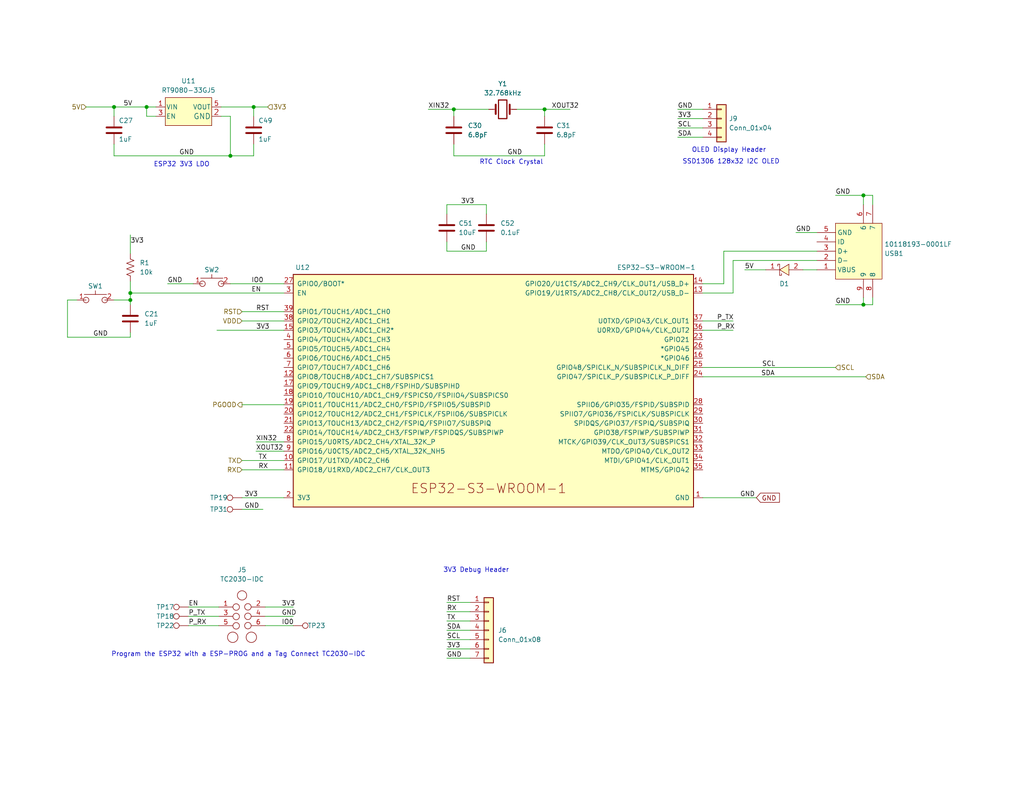
<source format=kicad_sch>
(kicad_sch (version 20230121) (generator eeschema)
  (paper "A")
  (title_block (title "le bitaxeUltra") (date "2023-07-10") (rev "0"))
  (lib_symbols
    (symbol "Connector:TestPoint" (pin_numbers hide) (pin_names (offset 0.762) hide)
      (property "Reference" "TP" (at 0 6.858 0))
      (property "Value" "TestPoint" (at 0 5.08 0))
      (symbol "TestPoint_0_1"
        (circle (center 0 3.302) (radius 0.762))
      )
      (symbol "TestPoint_1_1"
        (pin passive line (at 0 0 90) (length 2.54) (name "1") (number "1"))
      )
    )
    (symbol "Connector_Generic:Conn_01x04" (pin_names (offset 1.016) hide)
      (property "Reference" "J" (at 0 5.08 0))
      (property "Value" "Conn_01x04" (at 0 -7.62 0))
      (symbol "Conn_01x04_1_1"
        (rectangle (start -1.27 -4.953) (end 0 -5.207) (stroke (width 0.1524)))
        (rectangle (start -1.27 -2.413) (end 0 -2.667) (stroke (width 0.1524)))
        (rectangle (start -1.27 0.127) (end 0 -0.127) (stroke (width 0.1524)))
        (rectangle (start -1.27 2.667) (end 0 2.413) (stroke (width 0.1524)))
        (rectangle (start -1.27 3.81) (end 1.27 -6.35) (stroke (width 0.254)) (fill (type background)))
        (pin passive line (at -5.08 2.54 0) (length 3.81) (name "Pin_1") (number "1"))
        (pin passive line (at -5.08 0 0) (length 3.81) (name "Pin_2") (number "2"))
        (pin passive line (at -5.08 -2.54 0) (length 3.81) (name "Pin_3") (number "3"))
        (pin passive line (at -5.08 -5.08 0) (length 3.81) (name "Pin_4") (number "4"))
      )
    )
    (symbol "Connector_Generic:Conn_01x07" (pin_names (offset 1.016) hide)
      (property "Reference" "J" (at 0 10.16 0))
      (property "Value" "Conn_01x07" (at 0 -10.16 0))
      (symbol "Conn_01x07_1_1"
        (rectangle (start -1.27 -7.493) (end 0 -7.747) (stroke (width 0.1524)))
        (rectangle (start -1.27 -4.953) (end 0 -5.207) (stroke (width 0.1524)))
        (rectangle (start -1.27 -2.413) (end 0 -2.667) (stroke (width 0.1524)))
        (rectangle (start -1.27 0.127) (end 0 -0.127) (stroke (width 0.1524)))
        (rectangle (start -1.27 2.667) (end 0 2.413) (stroke (width 0.1524)))
        (rectangle (start -1.27 5.207) (end 0 4.953) (stroke (width 0.1524)))
        (rectangle (start -1.27 7.747) (end 0 7.493) (stroke (width 0.1524)))
        (rectangle (start -1.27 8.89) (end 1.27 -8.89) (stroke (width 0.254)) (fill (type background)))
        (pin passive line (at -5.08 7.62 0) (length 3.81) (name "Pin_1") (number "1"))
        (pin passive line (at -5.08 5.08 0) (length 3.81) (name "Pin_2") (number "2"))
        (pin passive line (at -5.08 2.54 0) (length 3.81) (name "Pin_3") (number "3"))
        (pin passive line (at -5.08 0 0) (length 3.81) (name "Pin_4") (number "4"))
        (pin passive line (at -5.08 -2.54 0) (length 3.81) (name "Pin_5") (number "5"))
        (pin passive line (at -5.08 -5.08 0) (length 3.81) (name "Pin_6") (number "6"))
        (pin passive line (at -5.08 -7.62 0) (length 3.81) (name "Pin_7") (number "7"))
      )
    )
    (symbol "Device:C" (pin_numbers hide) (pin_names (offset 0.254))
      (property "Reference" "C" (at 0.635 2.54 0))
      (property "Value" "C" (at 0.635 -2.54 0))
      (symbol "C_0_1"
        (polyline (pts (xy -2.032 -0.762) (xy 2.032 -0.762)) (stroke (width 0.508)))
        (polyline (pts (xy -2.032 0.762) (xy 2.032 0.762)) (stroke (width 0.508)))
      )
      (symbol "C_1_1"
        (pin passive line (at 0 3.81 270) (length 2.794) (name "~") (number "1"))
        (pin passive line (at 0 -3.81 90) (length 2.794) (name "~") (number "2"))
      )
    )
    (symbol "Device:Crystal" (pin_numbers hide) (pin_names (offset 1.016) hide)
      (property "Reference" "Y" (at 0 3.81 0))
      (property "Value" "Crystal" (at 0 -3.81 0))
      (symbol "Crystal_0_1"
        (rectangle (start -1.143 2.54) (end 1.143 -2.54) (stroke (width 0.3048)))
        (polyline (pts (xy -2.54 0) (xy -1.905 0)))
        (polyline (pts (xy -1.905 -1.27) (xy -1.905 1.27)) (stroke (width 0.508)))
        (polyline (pts (xy 1.905 -1.27) (xy 1.905 1.27)) (stroke (width 0.508)))
        (polyline (pts (xy 2.54 0) (xy 1.905 0)))
      )
      (symbol "Crystal_1_1"
        (pin passive line (at -3.81 0 0) (length 1.27) (name "1") (number "1"))
        (pin passive line (at 3.81 0 180) (length 1.27) (name "2") (number "2"))
      )
    )
    (symbol "Device:R_US" (pin_numbers hide) (pin_names (offset 0))
      (property "Reference" "R" (at 2.54 0 90))
      (property "Value" "R_US" (at -2.54 0 90))
      (symbol "R_US_0_1"
        (polyline (pts (xy 0 -2.286) (xy 0 -2.54)))
        (polyline (pts (xy 0 2.286) (xy 0 2.54)))
        (polyline (pts (xy 0 -0.762) (xy 1.016 -1.143) (xy 0 -1.524) (xy -1.016 -1.905) (xy 0 -2.286)))
        (polyline (pts (xy 0 0.762) (xy 1.016 0.381) (xy 0 0) (xy -1.016 -0.381) (xy 0 -0.762)))
        (polyline (pts (xy 0 2.286) (xy 1.016 1.905) (xy 0 1.524) (xy -1.016 1.143) (xy 0 0.762)))
      )
      (symbol "R_US_1_1"
        (pin passive line (at 0 3.81 270) (length 1.27) (name "~") (number "1"))
        (pin passive line (at 0 -3.81 90) (length 1.27) (name "~") (number "2"))
      )
    )
    (symbol "bitaxe:ESP32-S3-WROOM-1" (pin_names (offset 1.016))
      (property "Reference" "U12" (at -50.8 34.925 0))
      (property "Value" "ESP32-S3-WROOM-1" (at 45.72 34.925 0))
      (symbol "ESP32-S3-WROOM-1_0_0"
        (rectangle (start -53.34 33.02) (end 55.88 -30.48) (stroke (width 0.254)) (fill (type background)))
        (text "ESP32-S3-WROOM-1" (at 0 -25.4 0) (effects (font (size 2.54 2.54))))
        (pin power_in line (at 58.42 -27.94 180) (length 2.54) (name "GND") (number "1"))
        (pin bidirectional line (at -55.88 -17.78 0) (length 2.54) (name "GPIO17/U1TXD/ADC2_CH6") (number "10"))
        (pin bidirectional line (at -55.88 -20.32 0) (length 2.54) (name "GPIO18/U1RXD/ADC2_CH7/CLK_OUT3") (number "11"))
        (pin bidirectional line (at -55.88 5.08 0) (length 2.54) (name "GPIO8/TOUCH8/ADC1_CH7/SUBSPICS1") (number "12"))
        (pin bidirectional line (at 58.42 27.94 180) (length 2.54) (name "GPIO19/U1RTS/ADC2_CH8/CLK_OUT2/USB_D-") (number "13"))
        (pin bidirectional line (at 58.42 30.48 180) (length 2.54) (name "GPIO20/U1CTS/ADC2_CH9/CLK_OUT1/USB_D+") (number "14"))
        (pin bidirectional line (at -55.88 17.78 0) (length 2.54) (name "GPIO3/TOUCH3/ADC1_CH2*") (number "15"))
        (pin bidirectional line (at 58.42 10.16 180) (length 2.54) (name "*GPIO46") (number "16"))
        (pin bidirectional line (at -55.88 2.54 0) (length 2.54) (name "GPIO9/TOUCH9/ADC1_CH8/FSPIHD/SUBSPIHD") (number "17"))
        (pin bidirectional line (at -55.88 0 0) (length 2.54) (name "GPIO10/TOUCH10/ADC1_CH9/FSPICS0/FSPIIO4/SUBSPICS0") (number "18"))
        (pin bidirectional line (at -55.88 -2.54 0) (length 2.54) (name "GPIO11/TOUCH11/ADC2_CH0/FSPID/FSPIIO5/SUBSPID") (number "19"))
        (pin power_in line (at -55.88 -27.94 0) (length 2.54) (name "3V3") (number "2"))
        (pin bidirectional line (at -55.88 -5.08 0) (length 2.54) (name "GPIO12/TOUCH12/ADC2_CH1/FSPICLK/FSPIIO6/SUBSPICLK") (number "20"))
        (pin bidirectional line (at -55.88 -7.62 0) (length 2.54) (name "GPIO13/TOUCH13/ADC2_CH2/FSPIQ/FSPIIO7/SUBSPIQ") (number "21"))
        (pin bidirectional line (at -55.88 -10.16 0) (length 2.54) (name "GPIO14/TOUCH14/ADC2_CH3/FSPIWP/FSPIDQS/SUBSPIWP") (number "22"))
        (pin bidirectional line (at 58.42 15.24 180) (length 2.54) (name "GPIO21") (number "23"))
        (pin bidirectional line (at 58.42 5.08 180) (length 2.54) (name "GPIO47/SPICLK_P/SUBSPICLK_P_DIFF") (number "24"))
        (pin bidirectional line (at 58.42 7.62 180) (length 2.54) (name "GPIO48/SPICLK_N/SUBSPICLK_N_DIFF") (number "25"))
        (pin bidirectional line (at 58.42 12.7 180) (length 2.54) (name "*GPIO45") (number "26"))
        (pin bidirectional line (at -55.88 30.48 0) (length 2.54) (name "GPIO0/BOOT*") (number "27"))
        (pin bidirectional line (at 58.42 -2.54 180) (length 2.54) (name "SPIIO6/GPIO35/FSPID/SUBSPID") (number "28"))
        (pin bidirectional line (at 58.42 -5.08 180) (length 2.54) (name "SPIIO7/GPIO36/FSPICLK/SUBSPICLK") (number "29"))
        (pin input line (at -55.88 27.94 0) (length 2.54) (name "EN") (number "3"))
        (pin bidirectional line (at 58.42 -7.62 180) (length 2.54) (name "SPIDQS/GPIO37/FSPIQ/SUBSPIQ") (number "30"))
        (pin bidirectional line (at 58.42 -10.16 180) (length 2.54) (name "GPIO38/FSPIWP/SUBSPIWP") (number "31"))
        (pin bidirectional line (at 58.42 -12.7 180) (length 2.54) (name "MTCK/GPIO39/CLK_OUT3/SUBSPICS1") (number "32"))
        (pin bidirectional line (at 58.42 -15.24 180) (length 2.54) (name "MTDO/GPIO40/CLK_OUT2") (number "33"))
        (pin bidirectional line (at 58.42 -17.78 180) (length 2.54) (name "MTDI/GPIO41/CLK_OUT1") (number "34"))
        (pin bidirectional line (at 58.42 -20.32 180) (length 2.54) (name "MTMS/GPIO42") (number "35"))
        (pin bidirectional line (at 58.42 17.78 180) (length 2.54) (name "U0RXD/GPIO44/CLK_OUT2") (number "36"))
        (pin bidirectional line (at 58.42 20.32 180) (length 2.54) (name "U0TXD/GPIO43/CLK_OUT1") (number "37"))
        (pin bidirectional line (at -55.88 20.32 0) (length 2.54) (name "GPIO2/TOUCH2/ADC1_CH1") (number "38"))
        (pin bidirectional line (at -55.88 22.86 0) (length 2.54) (name "GPIO1/TOUCH1/ADC1_CH0") (number "39"))
        (pin bidirectional line (at -55.88 15.24 0) (length 2.54) (name "GPIO4/TOUCH4/ADC1_CH3") (number "4"))
        (pin passive line (at 58.42 -27.94 180) (length 2.54) hide (name "GND") (number "40"))
        (pin passive line (at 58.42 -27.94 180) (length 2.54) hide (name "GND") (number "41"))
        (pin bidirectional line (at -55.88 12.7 0) (length 2.54) (name "GPIO5/TOUCH5/ADC1_CH4") (number "5"))
        (pin bidirectional line (at -55.88 10.16 0) (length 2.54) (name "GPIO6/TOUCH6/ADC1_CH5") (number "6"))
        (pin bidirectional line (at -55.88 7.62 0) (length 2.54) (name "GPIO7/TOUCH7/ADC1_CH6") (number "7"))
        (pin bidirectional line (at -55.88 -12.7 0) (length 2.54) (name "GPIO15/U0RTS/ADC2_CH4/XTAL_32K_P") (number "8"))
        (pin bidirectional line (at -55.88 -15.24 0) (length 2.54) (name "GPIO16/U0CTS/ADC2_CH5/XTAL_32K_NH5") (number "9"))
      )
    )
    (symbol "bitaxe:RT9080-33GJ5" (pin_names (offset 0.254))
      (property "Reference" "U" (at -6.35 5.08 0))
      (property "Value" "RT9080-33GJ5" (at 0 -5.08 0))
      (symbol "RT9080-33GJ5_1_1"
        (rectangle (start -6.35 3.81) (end 6.35 -3.81) (stroke (width 0.1524)) (fill (type background)))
        (pin power_in line (at -8.89 1.27 0) (length 2.54) (name "VIN") (number "1"))
        (pin power_in line (at 8.89 -1.27 180) (length 2.54) (name "GND") (number "2"))
        (pin input line (at -8.89 -1.27 0) (length 2.54) (name "EN") (number "3"))
        (pin output line (at 8.89 1.27 180) (length 2.54) (name "VOUT") (number "5"))
      )
    )
    (symbol "bitaxe:TC2030-IDC-NL" (pin_names (offset 1.016) hide)
      (property "Reference" "J5" (at 0 12.7 0))
      (property "Value" "TC2030-IDC" (at 0 10.16 0))
      (symbol "TC2030-IDC-NL_0_1"
        (circle (center -2.54 -5.715) (radius 1.4224))
        (circle (center -1.6002 2.54) (radius 0.889))
        (circle (center 0 5.715) (radius 1.27))
      )
      (symbol "TC2030-IDC-NL_1_1"
        (circle (center -1.6002 -2.5908) (radius 0.889))
        (circle (center -1.6002 -0.0508) (radius 0.889))
        (circle (center 1.6002 -2.54) (radius 0.889))
        (circle (center 1.6002 0) (radius 0.889))
        (circle (center 1.6002 2.5908) (radius 0.889))
        (circle (center 2.54 -5.715) (radius 1.4224))
        (pin passive line (at -6.35 2.54 0) (length 3.81) (name "Pin_1") (number "1"))
        (pin passive line (at 6.35 2.54 180) (length 3.81) (name "Pin_2") (number "2"))
        (pin passive line (at -6.35 0 0) (length 3.81) (name "Pin_3") (number "3"))
        (pin passive line (at 6.35 0 180) (length 3.81) (name "Pin_4") (number "4"))
        (pin passive line (at -6.35 -2.54 0) (length 3.81) (name "Pin_5") (number "5"))
        (pin passive line (at 6.35 -2.54 180) (length 3.81) (name "Pin_6") (number "6"))
      )
    )
    (symbol "lcsc:GT-TC029B-H025-L1N"
      (property "Reference" "SW" (at 0 5.08 0))
      (property "Value" "GT-TC029B-H025-L1N" (at 0 -5.08 0))
      (symbol "GT-TC029B-H025-L1N_0_1"
        (circle (center -2.54 0) (radius 0.76))
        (polyline (pts (xy -3.05 1.52) (xy 3.05 1.52)))
        (polyline (pts (xy 0 1.52) (xy 0 2.54)))
        (circle (center 2.54 0) (radius 0.76))
        (pin unspecified line (at -5.08 0 0) (length 2.54) (name "~") (number "1"))
        (pin unspecified line (at 5.08 0 180) (length 2.54) (name "~") (number "2"))
      )
    )
    (symbol "lcsc:SS310_C85658"
      (property "Reference" "D" (at 0 5.08 0))
      (property "Value" "SS310_C85658" (at 0 -5.08 0))
      (symbol "SS310_C85658_0_1"
        (polyline (pts (xy -1.27 -1.52) (xy -1.27 1.52)))
        (polyline (pts (xy -1.27 -1.52) (xy -0.76 -1.52) (xy -0.76 -1.02)))
        (polyline (pts (xy -1.27 1.52) (xy -1.78 1.52) (xy -1.78 1.02)))
        (polyline (pts (xy 1.27 1.52) (xy -1.27 0) (xy 1.27 -1.52) (xy 1.27 1.52)) (fill (type background)))
        (pin unspecified line (at -5.08 0 0) (length 3.81) (name "~") (number "1"))
        (pin unspecified line (at 5.08 0 180) (length 3.81) (name "~") (number "2"))
      )
    )
    (symbol "lcsc:U254-051T-4BHJ25-F2S"
      (property "Reference" "USB" (at 0 17.78 0))
      (property "Value" "U254-051T-4BHJ25-F2S" (at 0 -17.78 0))
      (symbol "U254-051T-4BHJ25-F2S_0_1"
        (rectangle (start -2.54 7.62) (end 10.16 -7.62) (fill (type background)))
        (pin unspecified line (at -7.62 5.08 0) (length 5.08) (name "VBUS") (number "1"))
        (pin unspecified line (at -7.62 2.54 0) (length 5.08) (name "D-") (number "2"))
        (pin unspecified line (at -7.62 0 0) (length 5.08) (name "D+") (number "3"))
        (pin unspecified line (at -7.62 -2.54 0) (length 5.08) (name "ID") (number "4"))
        (pin unspecified line (at -7.62 -5.08 0) (length 5.08) (name "GND") (number "5"))
        (pin unspecified line (at 5.08 -12.7 90) (length 5.08) (name "6") (number "6"))
        (pin unspecified line (at 7.62 -12.7 90) (length 5.08) (name "7") (number "7"))
        (pin unspecified line (at 7.62 12.7 270) (length 5.08) (name "8") (number "8"))
        (pin unspecified line (at 5.08 12.7 270) (length 5.08) (name "9") (number "9"))
      )
    )
  )
  (junction (at 123.825 29.845))
  (junction (at 62.865 42.545))
  (junction (at 235.585 53.34))
  (junction (at 40.005 29.21))
  (junction (at 148.59 29.845))
  (junction (at 35.56 80.01))
  (junction (at 35.56 81.915))
  (junction (at 69.215 29.21))
  (junction (at 235.585 83.185))
  (junction (at 31.115 29.21))
  (wire (pts (xy 121.92 172.085) (xy 128.27 172.085)))
  (wire (pts (xy 121.92 177.165) (xy 128.27 177.165)))
  (wire (pts (xy 121.92 55.88) (xy 121.92 58.42)))
  (wire (pts (xy 227.965 83.185) (xy 235.585 83.185)))
  (wire (pts (xy 31.115 29.21) (xy 31.115 31.75)))
  (wire (pts (xy 35.56 80.01) (xy 35.56 81.915)))
  (wire (pts (xy 197.485 77.47) (xy 197.485 68.58)))
  (wire (pts (xy 60.325 31.75) (xy 62.865 31.75)))
  (wire (pts (xy 140.97 29.845) (xy 148.59 29.845)))
  (wire (pts (xy 72.39 168.275) (xy 80.01 168.275)))
  (wire (pts (xy 69.215 39.37) (xy 69.215 42.545)))
  (wire (pts (xy 238.125 55.88) (xy 238.125 53.34)))
  (wire (pts (xy 66.04 110.49) (xy 77.47 110.49)))
  (wire (pts (xy 132.715 68.58) (xy 121.92 68.58)))
  (wire (pts (xy 238.125 81.28) (xy 238.125 83.185)))
  (wire (pts (xy 62.865 31.75) (xy 62.865 42.545)))
  (wire (pts (xy 123.825 42.545) (xy 123.825 39.37)))
  (wire (pts (xy 35.56 76.835) (xy 35.56 80.01)))
  (wire (pts (xy 72.39 165.735) (xy 80.01 165.735)))
  (wire (pts (xy 69.215 29.21) (xy 69.215 31.75)))
  (wire (pts (xy 217.17 63.5) (xy 222.885 63.5)))
  (wire (pts (xy 77.47 125.73) (xy 66.04 125.73)))
  (wire (pts (xy 132.715 66.04) (xy 132.715 68.58)))
  (wire (pts (xy 40.005 29.21) (xy 42.545 29.21)))
  (wire (pts (xy 18.415 81.915) (xy 18.415 92.075)))
  (wire (pts (xy 148.59 29.845) (xy 155.575 29.845)))
  (wire (pts (xy 69.85 120.65) (xy 77.47 120.65)))
  (wire (pts (xy 77.47 85.09) (xy 66.04 85.09)))
  (wire (pts (xy 45.72 77.47) (xy 52.705 77.47)))
  (wire (pts (xy 116.84 29.845) (xy 123.825 29.845)))
  (wire (pts (xy 31.115 81.915) (xy 35.56 81.915)))
  (wire (pts (xy 123.825 42.545) (xy 148.59 42.545)))
  (wire (pts (xy 123.825 29.845) (xy 123.825 31.75)))
  (wire (pts (xy 235.585 53.34) (xy 235.585 55.88)))
  (wire (pts (xy 23.495 29.21) (xy 31.115 29.21)))
  (wire (pts (xy 18.415 92.075) (xy 35.56 92.075)))
  (wire (pts (xy 72.39 170.815) (xy 80.01 170.815)))
  (wire (pts (xy 121.92 174.625) (xy 128.27 174.625)))
  (wire (pts (xy 69.85 123.19) (xy 77.47 123.19)))
  (wire (pts (xy 184.912 29.845) (xy 191.77 29.845)))
  (wire (pts (xy 35.56 81.915) (xy 35.56 83.185)))
  (wire (pts (xy 219.075 73.66) (xy 222.885 73.66)))
  (wire (pts (xy 191.77 90.17) (xy 200.025 90.17)))
  (wire (pts (xy 35.56 80.01) (xy 77.47 80.01)))
  (wire (pts (xy 77.47 128.27) (xy 66.04 128.27)))
  (wire (pts (xy 123.825 29.845) (xy 133.35 29.845)))
  (wire (pts (xy 51.435 170.815) (xy 59.69 170.815)))
  (wire (pts (xy 235.585 83.185) (xy 238.125 83.185)))
  (wire (pts (xy 191.77 102.87) (xy 236.22 102.87)))
  (wire (pts (xy 66.04 139.065) (xy 71.755 139.065)))
  (wire (pts (xy 69.215 29.21) (xy 73.025 29.21)))
  (wire (pts (xy 238.125 53.34) (xy 235.585 53.34)))
  (wire (pts (xy 31.115 29.21) (xy 40.005 29.21)))
  (wire (pts (xy 121.92 167.005) (xy 128.27 167.005)))
  (wire (pts (xy 227.965 53.34) (xy 235.585 53.34)))
  (wire (pts (xy 121.92 169.545) (xy 128.27 169.545)))
  (wire (pts (xy 184.912 34.925) (xy 191.77 34.925)))
  (wire (pts (xy 191.77 135.89) (xy 206.375 135.89)))
  (wire (pts (xy 51.435 168.275) (xy 59.69 168.275)))
  (wire (pts (xy 31.115 42.545) (xy 31.115 39.37)))
  (wire (pts (xy 66.04 87.63) (xy 77.47 87.63)))
  (wire (pts (xy 35.56 90.805) (xy 35.56 92.075)))
  (wire (pts (xy 121.92 68.58) (xy 121.92 66.04)))
  (wire (pts (xy 59.182 90.17) (xy 77.47 90.17)))
  (wire (pts (xy 62.865 77.47) (xy 77.47 77.47)))
  (wire (pts (xy 42.545 31.75) (xy 40.005 31.75)))
  (wire (pts (xy 148.59 29.845) (xy 148.59 31.75)))
  (wire (pts (xy 51.435 165.735) (xy 59.69 165.735)))
  (wire (pts (xy 191.77 77.47) (xy 197.485 77.47)))
  (wire (pts (xy 191.77 100.33) (xy 227.965 100.33)))
  (wire (pts (xy 200.025 80.01) (xy 200.025 71.12)))
  (wire (pts (xy 20.955 81.915) (xy 18.415 81.915)))
  (wire (pts (xy 191.77 87.63) (xy 200.025 87.63)))
  (wire (pts (xy 40.005 31.75) (xy 40.005 29.21)))
  (wire (pts (xy 200.025 71.12) (xy 222.885 71.12)))
  (wire (pts (xy 121.92 179.705) (xy 128.27 179.705)))
  (wire (pts (xy 235.585 81.28) (xy 235.585 83.185)))
  (wire (pts (xy 148.59 39.37) (xy 148.59 42.545)))
  (wire (pts (xy 132.715 55.88) (xy 121.92 55.88)))
  (wire (pts (xy 197.485 68.58) (xy 222.885 68.58)))
  (wire (pts (xy 121.92 164.465) (xy 128.27 164.465)))
  (wire (pts (xy 191.77 80.01) (xy 200.025 80.01)))
  (wire (pts (xy 66.04 135.89) (xy 77.47 135.89)))
  (wire (pts (xy 184.912 37.465) (xy 191.77 37.465)))
  (wire (pts (xy 132.715 58.42) (xy 132.715 55.88)))
  (wire (pts (xy 184.912 32.385) (xy 191.77 32.385)))
  (wire (pts (xy 69.215 42.545) (xy 62.865 42.545)))
  (wire (pts (xy 35.56 64.135) (xy 35.56 69.215)))
  (wire (pts (xy 60.325 29.21) (xy 69.215 29.21)))
  (wire (pts (xy 203.2 73.66) (xy 208.915 73.66)))
  (wire (pts (xy 62.865 42.545) (xy 31.115 42.545)))
  (text "RTC Clock Crystal" (at 130.81 45.085 0) (effects (font (size 1.27 1.27)) (justify left bottom)))
  (text "ESP32 3V3 LDO" (at 41.91 45.72 0) (effects (font (size 1.27 1.27)) (justify left bottom)))
  (text "Program the ESP32 with a ESP-PROG and a Tag Connect TC2030-IDC" (at 30.353 179.451 0) (effects (font (size 1.27 1.27)) (justify left bottom)))
  (text "3V3 Debug Header" (at 120.904 156.464 0) (effects (font (size 1.27 1.27)) (justify left bottom)))
  (text "SSD1306 128x32 I2C OLED" (at 186.182 44.958 0) (effects (font (size 1.27 1.27)) (justify left bottom)))
  (text "OLED Display Header" (at 188.722 41.783 0) (effects (font (size 1.27 1.27)) (justify left bottom)))
  (label "P_RX" (at 51.435 170.815 0))
  (label "RX" (at 121.92 167.005 0))
  (label "RST" (at 121.92 164.465 0))
  (label "RST" (at 69.85 85.09 0))
  (label "SDA" (at 121.92 172.085 0))
  (label "5V" (at 203.2 73.66 0))
  (label "P_TX" (at 51.435 168.275 0))
  (label "EN" (at 51.435 165.735 0))
  (label "GND" (at 184.912 29.845 0))
  (label "XOUT32" (at 150.495 29.845 0))
  (label "EN" (at 68.58 80.01 0))
  (label "P_RX" (at 195.58 90.17 0))
  (label "IO0" (at 68.58 77.47 0))
  (label "GND" (at 125.73 68.58 0))
  (label "3V3" (at 66.675 135.89 0))
  (label "SDA" (at 207.645 102.87 0))
  (label "GND" (at 66.675 139.065 0))
  (label "XIN32" (at 69.85 120.65 0))
  (label "TX" (at 70.485 125.73 0))
  (label "GND" (at 138.43 42.545 0))
  (label "3V3" (at 76.835 165.735 0))
  (label "GND" (at 227.965 53.34 0))
  (label "3V3" (at 69.85 90.17 0))
  (label "GND" (at 227.965 83.185 0))
  (label "IO0" (at 76.835 170.815 0))
  (label "SCL" (at 121.92 174.625 0))
  (label "SCL" (at 207.899 100.33 0))
  (label "XOUT32" (at 69.85 123.19 0))
  (label "SCL" (at 184.912 34.925 0))
  (label "XIN32" (at 116.84 29.845 0))
  (label "GND" (at 201.93 135.89 0))
  (label "GND" (at 45.72 77.47 0))
  (label "SDA" (at 184.912 37.465 0))
  (label "TX" (at 121.92 169.545 0))
  (label "3V3" (at 125.73 55.88 0))
  (label "3V3" (at 121.92 177.165 0))
  (label "P_TX" (at 195.58 87.63 0))
  (label "GND" (at 121.92 179.705 0))
  (label "3V3" (at 184.912 32.385 0))
  (label "GND" (at 25.4 92.075 0))
  (label "5V" (at 33.655 29.21 0))
  (label "GND" (at 76.835 168.275 0))
  (label "GND" (at 48.895 42.545 0))
  (label "3V3" (at 35.56 66.675 0))
  (label "GND" (at 217.17 63.5 0))
  (label "RX" (at 70.485 128.27 0))
  (global_label "GND" (shape input) (at 206.375 135.89 0) (property "Intersheetrefs" "${INTERSHEET_REFS}" (effects hide)))
  (hierarchical_label "TX" (shape input) (at 66.04 125.73 180))
  (hierarchical_label "RX" (shape input) (at 66.04 128.27 180))
  (hierarchical_label "3V3" (shape input) (at 73.025 29.21 0))
  (hierarchical_label "SCL" (shape input) (at 227.965 100.33 0))
  (hierarchical_label "RST" (shape input) (at 66.04 85.09 180))
  (hierarchical_label "SDA" (shape input) (at 236.22 102.87 0))
  (hierarchical_label "PGOOD" (shape output) (at 66.04 110.49 180))
  (hierarchical_label "5V" (shape input) (at 23.495 29.21 180))
  (hierarchical_label "VDD" (shape input) (at 66.04 87.63 180))
  (symbol (lib_id "Device:C") (at 35.56 86.995 0) (unit 1)
    (property "Reference" "C21" (at 39.37 85.7249 0) (effects (justify left)))
    (property "Value" "1uF" (at 39.37 88.2649 0) (effects (justify left)))
    (property "Footprint" "Capacitor_SMD:C_0402_1005Metric" (effects hide))
    (property "DK" "587-5514-1-ND" (effects hide))
    (property "PARTNO" "EMK105BJ105MV-F" (effects hide))
  )
  (symbol (lib_id "Device:C") (at 123.825 35.56 0) (unit 1)
    (property "Reference" "C30" (at 127.635 34.2899 0) (effects (justify left)))
    (property "Value" "6.8pF" (at 127.635 36.8299 0) (effects (justify left)))
    (property "Footprint" "Capacitor_SMD:C_0402_1005Metric" (effects hide))
    (property "DK" "399-C0402C689C5GAC7867CT-ND" (effects hide))
    (property "PARTNO" "C0402C689C5GAC7867" (effects hide))
  )
  (symbol (lib_id "Device:C") (at 132.715 62.23 0) (unit 1)
    (property "Reference" "C52" (at 136.525 60.9599 0) (effects (justify left)))
    (property "Value" "0.1uF" (at 136.525 63.4999 0) (effects (justify left)))
    (property "Footprint" "Capacitor_SMD:C_0402_1005Metric" (effects hide))
    (property "DK" "1292-1639-1-ND" (effects hide))
    (property "PARTNO" "0402X104K100CT" (effects hide))
  )
  (symbol (lib_id "Connector_Generic:Conn_01x04") (at 196.85 32.385 0) (unit 1) (in_bom no)
    (property "Reference" "J9" (at 198.882 32.3849 0) (effects (justify left)))
    (property "Value" "Conn_01x04" (at 198.882 34.9249 0) (effects (justify left)))
    (property "Footprint" "Connector_PinHeader_2.54mm:PinHeader_1x04_P2.54mm_Vertical" (effects hide))
  )
  (symbol (lib_id "lcsc:GT-TC029B-H025-L1N") (at 57.785 77.47 0) (unit 1)
    (property "Reference" "SW2" (at 57.785 73.66 0))
    (property "Value" "GT-TC029B-H025-L1N" (effects hide))
    (property "Footprint" "bitaxe:SW_CS1213AGF260_CRS" (effects hide))
    (property "Datasheet" "https://www.citrelay.com/Catalog%20Pages/SwitchCatalog/CS1213.pdf" (effects hide))
    (property "DK" "2449-CS1213AGF260CT-ND" (effects hide))
    (property "PARTNO" "CS1213AGF260" (effects hide))
  )
  (symbol (lib_id "lcsc:U254-051T-4BHJ25-F2S") (at 230.505 68.58 0) (mirror x) (unit 1)
    (property "Reference" "USB1" (at 241.3 69.215 0) (effects (justify left)))
    (property "Value" "10118193-0001LF" (at 241.3 66.675 0) (effects (justify left)))
    (property "Footprint" "bitaxe:USB_10118193-0001LF_AMP" (effects hide))
    (property "Datasheet" "https://www.amphenol-cs.com/media/wysiwyg/files/drawing/10118193.pdf" (effects hide))
    (property "DK" "609-4616-1-ND" (effects hide))
    (property "PARTNO" "10118193-0001LF" (effects hide))
  )
  (symbol (lib_id "Device:C") (at 148.59 35.56 0) (unit 1)
    (property "Reference" "C31" (at 151.765 34.2899 0) (effects (justify left)))
    (property "Value" "6.8pF" (at 151.765 36.8299 0) (effects (justify left)))
    (property "Footprint" "Capacitor_SMD:C_0402_1005Metric" (effects hide))
    (property "DK" "399-C0402C689C5GAC7867CT-ND" (effects hide))
    (property "PARTNO" "C0402C689C5GAC7867" (effects hide))
  )
  (symbol (lib_id "bitaxe:RT9080-33GJ5") (at 51.435 30.48 0) (unit 1)
    (property "Reference" "U11" (at 51.435 22.098 0))
    (property "Value" "RT9080-33GJ5" (at 51.435 24.638 0))
    (property "Footprint" "bitaxe:RT9080-33GJ5" (effects hide))
    (property "Datasheet" "https://www.richtek.com/assets/product_file/RT9080/DS9080-05.pdf" (effects hide))
    (property "DK" "1028-1509-1-ND" (effects hide))
    (property "PARTNO" "RT9080-33GJ5" (effects hide))
  )
  (symbol (lib_id "Connector:TestPoint") (at 66.04 139.065 90) (mirror x) (unit 1) (in_bom no)
    (property "Reference" "TP31" (at 59.69 139.065 90))
    (property "Value" "TestPoint" (effects hide))
    (property "Footprint" "TestPoint:TestPoint_Pad_D1.5mm" (effects hide))
  )
  (symbol (lib_id "Connector:TestPoint") (at 51.435 168.275 90) (mirror x) (unit 1) (in_bom no)
    (property "Reference" "TP18" (at 45.085 168.275 90))
    (property "Value" "TestPoint" (effects hide))
    (property "Footprint" "TestPoint:TestPoint_Pad_D1.5mm" (effects hide))
  )
  (symbol (lib_id "Connector:TestPoint") (at 80.01 170.815 270) (mirror x) (unit 1) (in_bom no)
    (property "Reference" "TP23" (at 86.36 170.815 90))
    (property "Value" "TestPoint" (effects hide))
    (property "Footprint" "TestPoint:TestPoint_Pad_D1.5mm" (effects hide))
  )
  (symbol (lib_id "Device:R_US") (at 35.56 73.025 0) (unit 1)
    (property "Reference" "R1" (at 38.1 71.7549 0) (effects (justify left)))
    (property "Value" "10k" (at 38.1 74.2949 0) (effects (justify left)))
    (property "Footprint" "Resistor_SMD:R_0402_1005Metric" (effects hide))
    (property "DK" "311-10KJRCT-ND" (effects hide))
    (property "PARTNO" "RC0402JR-0710KL" (effects hide))
  )
  (symbol (lib_id "lcsc:SS310_C85658") (at 213.995 73.66 0) (unit 1)
    (property "Reference" "D1" (at 213.995 77.47 0))
    (property "Value" "SS310" (effects hide))
    (property "Footprint" "lcsc:SMA_L4.3-W2.6-LS5.2-RD" (effects hide))
    (property "Datasheet" "https://lcsc.com/product-detail/Schottky-Barrier-Diodes-SBD_SS310_C85658.html" (effects hide))
    (property "DK" "3191-SS310ACT-ND" (effects hide))
    (property "PARTNO" "SS310A" (effects hide))
  )
  (symbol (lib_id "bitaxe:TC2030-IDC-NL") (at 66.04 168.275 0) (unit 1)
    (property "Reference" "J5" (at 66.04 155.575 0))
    (property "Value" "TC2030-IDC" (at 66.04 158.115 0))
    (property "Footprint" "bitaxe:Tag-Connect_TC2030-IDC-NL_2x03_P1.27mm_Vertical" (effects hide))
  )
  (symbol (lib_id "Device:C") (at 69.215 35.56 0) (unit 1)
    (property "Reference" "C49" (at 70.485 33.655 0) (effects (justify left bottom)))
    (property "Value" "1uF" (at 70.485 38.735 0) (effects (justify left bottom)))
    (property "Footprint" "Capacitor_SMD:C_0402_1005Metric" (effects hide))
    (property "DK" "587-5514-1-ND" (effects hide))
    (property "PARTNO" "EMK105BJ105MV-F" (effects hide))
  )
  (symbol (lib_id "Device:C") (at 121.92 62.23 0) (unit 1)
    (property "Reference" "C51" (at 125.095 60.9599 0) (effects (justify left)))
    (property "Value" "10uF" (at 125.095 63.4999 0) (effects (justify left)))
    (property "Footprint" "Capacitor_SMD:C_0805_2012Metric" (effects hide))
    (property "DK" "1276-1096-1-ND" (effects hide))
    (property "PARTNO" "CL21A106KOQNNNE" (effects hide))
  )
  (symbol (lib_id "Device:Crystal") (at 137.16 29.845 0) (unit 1)
    (property "Reference" "Y1" (at 137.16 22.86 0))
    (property "Value" "32.768kHz" (at 137.16 25.4 0))
    (property "Footprint" "bitaxe:SC32S-7PF20PPM" (effects hide))
    (property "Datasheet" "https://www.sii.co.jp/en/quartz/files/2013/03/SC-32S_Leaflet_e20151217.pdf" (effects hide))
    (property "DK" "728-1074-1-ND" (effects hide))
    (property "PARTNO" "SC32S-7PF20PPM" (effects hide))
  )
  (symbol (lib_id "Connector:TestPoint") (at 66.04 135.89 90) (mirror x) (unit 1) (in_bom no)
    (property "Reference" "TP19" (at 59.69 135.89 90))
    (property "Value" "TestPoint" (effects hide))
    (property "Footprint" "TestPoint:TestPoint_Pad_D1.5mm" (effects hide))
  )
  (symbol (lib_id "Connector:TestPoint") (at 51.435 165.735 90) (mirror x) (unit 1) (in_bom no)
    (property "Reference" "TP17" (at 45.085 165.735 90))
    (property "Value" "TestPoint" (effects hide))
    (property "Footprint" "TestPoint:TestPoint_Pad_D1.5mm" (effects hide))
  )
  (symbol (lib_id "Connector_Generic:Conn_01x07") (at 133.35 172.085 0) (unit 1)
    (property "Reference" "J6" (at 135.89 172.0849 0) (effects (justify left)))
    (property "Value" "Conn_01x08" (at 135.89 174.6249 0) (effects (justify left)))
    (property "Footprint" "Connector_PinHeader_2.54mm:PinHeader_1x07_P2.54mm_Vertical" (effects hide))
  )
  (symbol (lib_id "Connector:TestPoint") (at 51.435 170.815 90) (mirror x) (unit 1) (in_bom no)
    (property "Reference" "TP22" (at 45.085 170.815 90))
    (property "Value" "TestPoint" (effects hide))
    (property "Footprint" "TestPoint:TestPoint_Pad_D1.5mm" (effects hide))
  )
  (symbol (lib_id "Device:C") (at 31.115 35.56 0) (unit 1)
    (property "Reference" "C27" (at 32.385 33.655 0) (effects (justify left bottom)))
    (property "Value" "1uF" (at 32.385 38.735 0) (effects (justify left bottom)))
    (property "Footprint" "Capacitor_SMD:C_0402_1005Metric" (effects hide))
    (property "DK" "587-5514-1-ND" (effects hide))
    (property "PARTNO" "EMK105BJ105MV-F" (effects hide))
  )
  (symbol (lib_id "bitaxe:ESP32-S3-WROOM-1") (at 133.35 107.95 0) (unit 1)
    (property "Reference" "U12" (at 82.55 73.025 0))
    (property "Value" "ESP32-S3-WROOM-1" (at 179.07 73.025 0))
    (property "Footprint" "Espressif:ESP32-S3-WROOM-1" (effects hide))
    (property "Datasheet" "https://www.espressif.com/sites/default/files/documentation/esp32-s3-wroom-1_wroom-1u_datasheet_en.pdf" (effects hide))
    (property "DK" "1965-ESP32-S3-WROOM-1-N16R8CT-ND" (effects hide))
    (property "PARTNO" "ESP32-S3-WROOM-1-N16R8" (effects hide))
  )
  (symbol (lib_id "lcsc:GT-TC029B-H025-L1N") (at 26.035 81.915 0) (unit 1)
    (property "Reference" "SW1" (at 26.035 78.105 0))
    (property "Value" "GT-TC029B-H025-L1N" (effects hide))
    (property "Footprint" "bitaxe:SW_CS1213AGF260_CRS" (effects hide))
    (property "Datasheet" "https://www.citrelay.com/Catalog%20Pages/SwitchCatalog/CS1213.pdf" (effects hide))
    (property "DK" "2449-CS1213AGF260CT-ND" (effects hide))
    (property "PARTNO" "CS1213AGF260" (effects hide))
  )
)
</source>
